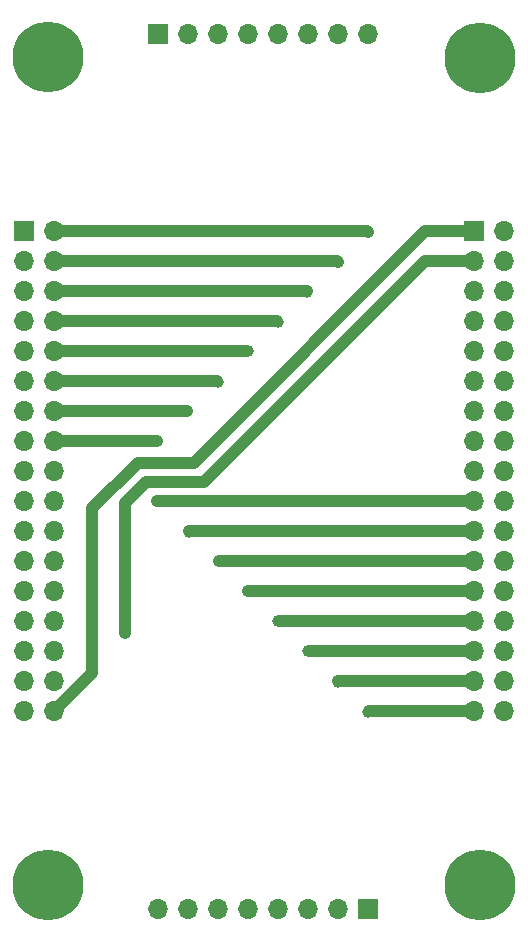
<source format=gbr>
%TF.GenerationSoftware,KiCad,Pcbnew,(5.1.10-1-10_14)*%
%TF.CreationDate,2021-08-24T00:58:23-04:00*%
%TF.ProjectId,breadboard-prototype-bus,62726561-6462-46f6-9172-642d70726f74,rev?*%
%TF.SameCoordinates,Original*%
%TF.FileFunction,Copper,L2,Bot*%
%TF.FilePolarity,Positive*%
%FSLAX46Y46*%
G04 Gerber Fmt 4.6, Leading zero omitted, Abs format (unit mm)*
G04 Created by KiCad (PCBNEW (5.1.10-1-10_14)) date 2021-08-24 00:58:23*
%MOMM*%
%LPD*%
G01*
G04 APERTURE LIST*
%TA.AperFunction,ComponentPad*%
%ADD10C,6.000000*%
%TD*%
%TA.AperFunction,ComponentPad*%
%ADD11C,0.800000*%
%TD*%
%TA.AperFunction,ComponentPad*%
%ADD12O,1.700000X1.700000*%
%TD*%
%TA.AperFunction,ComponentPad*%
%ADD13R,1.700000X1.700000*%
%TD*%
%TA.AperFunction,ViaPad*%
%ADD14C,1.000000*%
%TD*%
%TA.AperFunction,Conductor*%
%ADD15C,1.000000*%
%TD*%
G04 APERTURE END LIST*
D10*
%TO.P,REF\u002A\u002A,1*%
%TO.N,N/C*%
X102610000Y-134590000D03*
D11*
X104860000Y-134590000D03*
X104200990Y-136180990D03*
X102610000Y-136840000D03*
X101019010Y-136180990D03*
X100360000Y-134590000D03*
X101019010Y-132999010D03*
X102610000Y-132340000D03*
X104200990Y-132999010D03*
%TD*%
%TO.P,REF\u002A\u002A,1*%
%TO.N,N/C*%
X67634990Y-132989010D03*
X66044000Y-132330000D03*
X64453010Y-132989010D03*
X63794000Y-134580000D03*
X64453010Y-136170990D03*
X66044000Y-136830000D03*
X67634990Y-136170990D03*
X68294000Y-134580000D03*
D10*
X66044000Y-134580000D03*
%TD*%
%TO.P,REF\u002A\u002A,1*%
%TO.N,N/C*%
X66044000Y-64520000D03*
D11*
X68294000Y-64520000D03*
X67634990Y-66110990D03*
X66044000Y-66770000D03*
X64453010Y-66110990D03*
X63794000Y-64520000D03*
X64453010Y-62929010D03*
X66044000Y-62270000D03*
X67634990Y-62929010D03*
%TD*%
%TO.P,REF\u002A\u002A,1*%
%TO.N,N/C*%
X104200990Y-62939010D03*
X102610000Y-62280000D03*
X101019010Y-62939010D03*
X100360000Y-64530000D03*
X101019010Y-66120990D03*
X102610000Y-66780000D03*
X104200990Y-66120990D03*
X104860000Y-64530000D03*
D10*
X102610000Y-64530000D03*
%TD*%
D12*
%TO.P,J4,8*%
%TO.N,Net-(J1-Pad19)*%
X75320000Y-136590000D03*
%TO.P,J4,7*%
%TO.N,Net-(J1-Pad21)*%
X77860000Y-136590000D03*
%TO.P,J4,6*%
%TO.N,Net-(J1-Pad23)*%
X80400000Y-136590000D03*
%TO.P,J4,5*%
%TO.N,Net-(J1-Pad25)*%
X82940000Y-136590000D03*
%TO.P,J4,4*%
%TO.N,Net-(J1-Pad27)*%
X85480000Y-136590000D03*
%TO.P,J4,3*%
%TO.N,Net-(J1-Pad29)*%
X88020000Y-136590000D03*
%TO.P,J4,2*%
%TO.N,Net-(J1-Pad31)*%
X90560000Y-136590000D03*
D13*
%TO.P,J4,1*%
%TO.N,Net-(J1-Pad33)*%
X93100000Y-136590000D03*
%TD*%
D12*
%TO.P,J3,8*%
%TO.N,Net-(J1-Pad33)*%
X93110000Y-62530000D03*
%TO.P,J3,7*%
%TO.N,Net-(J1-Pad31)*%
X90570000Y-62530000D03*
%TO.P,J3,6*%
%TO.N,Net-(J1-Pad29)*%
X88030000Y-62530000D03*
%TO.P,J3,5*%
%TO.N,Net-(J1-Pad27)*%
X85490000Y-62530000D03*
%TO.P,J3,4*%
%TO.N,Net-(J1-Pad25)*%
X82950000Y-62530000D03*
%TO.P,J3,3*%
%TO.N,Net-(J1-Pad23)*%
X80410000Y-62530000D03*
%TO.P,J3,2*%
%TO.N,Net-(J1-Pad21)*%
X77870000Y-62530000D03*
D13*
%TO.P,J3,1*%
%TO.N,Net-(J1-Pad19)*%
X75330000Y-62530000D03*
%TD*%
D12*
%TO.P,J2,34*%
%TO.N,VCC*%
X66548000Y-119888000D03*
%TO.P,J2,33*%
X64008000Y-119888000D03*
%TO.P,J2,32*%
%TO.N,GND*%
X66548000Y-117348000D03*
%TO.P,J2,31*%
X64008000Y-117348000D03*
%TO.P,J2,30*%
%TO.N,Net-(J2-Pad29)*%
X66548000Y-114808000D03*
%TO.P,J2,29*%
X64008000Y-114808000D03*
%TO.P,J2,28*%
%TO.N,Net-(J2-Pad27)*%
X66548000Y-112268000D03*
%TO.P,J2,27*%
X64008000Y-112268000D03*
%TO.P,J2,26*%
%TO.N,Net-(J2-Pad25)*%
X66548000Y-109728000D03*
%TO.P,J2,25*%
X64008000Y-109728000D03*
%TO.P,J2,24*%
%TO.N,Net-(J2-Pad23)*%
X66548000Y-107188000D03*
%TO.P,J2,23*%
X64008000Y-107188000D03*
%TO.P,J2,22*%
%TO.N,Net-(J2-Pad21)*%
X66548000Y-104648000D03*
%TO.P,J2,21*%
X64008000Y-104648000D03*
%TO.P,J2,20*%
%TO.N,Net-(J2-Pad19)*%
X66548000Y-102108000D03*
%TO.P,J2,19*%
X64008000Y-102108000D03*
%TO.P,J2,18*%
%TO.N,Net-(J2-Pad17)*%
X66548000Y-99568000D03*
%TO.P,J2,17*%
X64008000Y-99568000D03*
%TO.P,J2,16*%
%TO.N,Net-(J1-Pad19)*%
X66548000Y-97028000D03*
%TO.P,J2,15*%
X64008000Y-97028000D03*
%TO.P,J2,14*%
%TO.N,Net-(J1-Pad21)*%
X66548000Y-94488000D03*
%TO.P,J2,13*%
X64008000Y-94488000D03*
%TO.P,J2,12*%
%TO.N,Net-(J1-Pad23)*%
X66548000Y-91948000D03*
%TO.P,J2,11*%
X64008000Y-91948000D03*
%TO.P,J2,10*%
%TO.N,Net-(J1-Pad25)*%
X66548000Y-89408000D03*
%TO.P,J2,9*%
X64008000Y-89408000D03*
%TO.P,J2,8*%
%TO.N,Net-(J1-Pad27)*%
X66548000Y-86868000D03*
%TO.P,J2,7*%
X64008000Y-86868000D03*
%TO.P,J2,6*%
%TO.N,Net-(J1-Pad29)*%
X66548000Y-84328000D03*
%TO.P,J2,5*%
X64008000Y-84328000D03*
%TO.P,J2,4*%
%TO.N,Net-(J1-Pad31)*%
X66548000Y-81788000D03*
%TO.P,J2,3*%
X64008000Y-81788000D03*
%TO.P,J2,2*%
%TO.N,Net-(J1-Pad33)*%
X66548000Y-79248000D03*
D13*
%TO.P,J2,1*%
X64008000Y-79248000D03*
%TD*%
D12*
%TO.P,J1,34*%
%TO.N,Net-(J1-Pad33)*%
X104648000Y-119888000D03*
%TO.P,J1,33*%
X102108000Y-119888000D03*
%TO.P,J1,32*%
%TO.N,Net-(J1-Pad31)*%
X104648000Y-117348000D03*
%TO.P,J1,31*%
X102108000Y-117348000D03*
%TO.P,J1,30*%
%TO.N,Net-(J1-Pad29)*%
X104648000Y-114808000D03*
%TO.P,J1,29*%
X102108000Y-114808000D03*
%TO.P,J1,28*%
%TO.N,Net-(J1-Pad27)*%
X104648000Y-112268000D03*
%TO.P,J1,27*%
X102108000Y-112268000D03*
%TO.P,J1,26*%
%TO.N,Net-(J1-Pad25)*%
X104648000Y-109728000D03*
%TO.P,J1,25*%
X102108000Y-109728000D03*
%TO.P,J1,24*%
%TO.N,Net-(J1-Pad23)*%
X104648000Y-107188000D03*
%TO.P,J1,23*%
X102108000Y-107188000D03*
%TO.P,J1,22*%
%TO.N,Net-(J1-Pad21)*%
X104648000Y-104648000D03*
%TO.P,J1,21*%
X102108000Y-104648000D03*
%TO.P,J1,20*%
%TO.N,Net-(J1-Pad19)*%
X104648000Y-102108000D03*
%TO.P,J1,19*%
X102108000Y-102108000D03*
%TO.P,J1,18*%
%TO.N,Net-(J1-Pad17)*%
X104648000Y-99568000D03*
%TO.P,J1,17*%
X102108000Y-99568000D03*
%TO.P,J1,16*%
%TO.N,Net-(J1-Pad15)*%
X104648000Y-97028000D03*
%TO.P,J1,15*%
X102108000Y-97028000D03*
%TO.P,J1,14*%
%TO.N,Net-(J1-Pad13)*%
X104648000Y-94488000D03*
%TO.P,J1,13*%
X102108000Y-94488000D03*
%TO.P,J1,12*%
%TO.N,Net-(J1-Pad11)*%
X104648000Y-91948000D03*
%TO.P,J1,11*%
X102108000Y-91948000D03*
%TO.P,J1,10*%
%TO.N,Net-(J1-Pad10)*%
X104648000Y-89408000D03*
%TO.P,J1,9*%
X102108000Y-89408000D03*
%TO.P,J1,8*%
%TO.N,Net-(J1-Pad7)*%
X104648000Y-86868000D03*
%TO.P,J1,7*%
X102108000Y-86868000D03*
%TO.P,J1,6*%
%TO.N,Net-(J1-Pad5)*%
X104648000Y-84328000D03*
%TO.P,J1,5*%
X102108000Y-84328000D03*
%TO.P,J1,4*%
%TO.N,GND*%
X104648000Y-81788000D03*
%TO.P,J1,3*%
X102108000Y-81788000D03*
%TO.P,J1,2*%
%TO.N,VCC*%
X104648000Y-79248000D03*
D13*
%TO.P,J1,1*%
X102108000Y-79248000D03*
%TD*%
D14*
%TO.N,Net-(J1-Pad29)*%
X88000000Y-84350000D03*
X88080000Y-114810000D03*
%TO.N,Net-(J1-Pad27)*%
X85480000Y-86890000D03*
X85550000Y-112250000D03*
%TO.N,Net-(J1-Pad25)*%
X82940000Y-89390000D03*
X83010000Y-109720000D03*
%TO.N,Net-(J1-Pad23)*%
X80440000Y-91960000D03*
X80500000Y-107180000D03*
%TO.N,Net-(J1-Pad21)*%
X77800000Y-94480000D03*
X77970000Y-104670000D03*
%TO.N,Net-(J1-Pad19)*%
X75260000Y-102100000D03*
X75280000Y-97030000D03*
%TO.N,GND*%
X72600000Y-113240000D03*
%TO.N,Net-(J1-Pad33)*%
X93110000Y-79270000D03*
X93150000Y-119900000D03*
%TO.N,Net-(J1-Pad31)*%
X90540000Y-81820000D03*
X90590000Y-117360000D03*
%TD*%
D15*
%TO.N,Net-(J1-Pad29)*%
X66548000Y-84328000D02*
X87988000Y-84328000D01*
X102108000Y-114808000D02*
X88112000Y-114808000D01*
%TO.N,Net-(J1-Pad27)*%
X66548000Y-86868000D02*
X85468000Y-86868000D01*
X102108000Y-112268000D02*
X85598000Y-112268000D01*
%TO.N,Net-(J1-Pad25)*%
X66548000Y-89408000D02*
X82918000Y-89408000D01*
X102108000Y-109728000D02*
X83012000Y-109728000D01*
%TO.N,Net-(J1-Pad23)*%
X66548000Y-91948000D02*
X80392000Y-91948000D01*
X102108000Y-107188000D02*
X80508000Y-107188000D01*
%TO.N,Net-(J1-Pad21)*%
X66548000Y-94488000D02*
X77788000Y-94488000D01*
X102108000Y-104648000D02*
X77968000Y-104648000D01*
%TO.N,Net-(J1-Pad19)*%
X66548000Y-97028000D02*
X75272000Y-97028000D01*
X102108000Y-102108000D02*
X75248000Y-102108000D01*
%TO.N,VCC*%
X102108000Y-79248000D02*
X97962000Y-79248000D01*
X97962000Y-79248000D02*
X78370000Y-98840000D01*
X78370000Y-98840000D02*
X73650000Y-98840000D01*
X73650000Y-98840000D02*
X69800000Y-102690000D01*
X69800000Y-116636000D02*
X66548000Y-119888000D01*
X69800000Y-102690000D02*
X69800000Y-116636000D01*
%TO.N,GND*%
X72600000Y-113240000D02*
X72600000Y-102250000D01*
X72600000Y-102250000D02*
X74350000Y-100500000D01*
X74350000Y-100500000D02*
X79240000Y-100500000D01*
X97952000Y-81788000D02*
X102108000Y-81788000D01*
X79240000Y-100500000D02*
X97952000Y-81788000D01*
%TO.N,Net-(J1-Pad33)*%
X66548000Y-79248000D02*
X93088000Y-79248000D01*
X93088000Y-79248000D02*
X93110000Y-79270000D01*
X102108000Y-119888000D02*
X93192000Y-119888000D01*
%TO.N,Net-(J1-Pad31)*%
X66548000Y-81788000D02*
X90548000Y-81788000D01*
X90548000Y-81788000D02*
X90560000Y-81800000D01*
X102108000Y-117348000D02*
X90602000Y-117348000D01*
%TD*%
M02*

</source>
